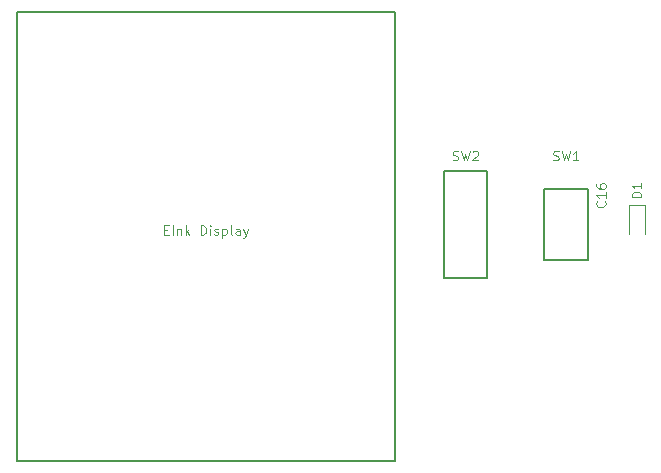
<source format=gto>
G04 #@! TF.GenerationSoftware,KiCad,Pcbnew,5.1.5-52549c5~84~ubuntu18.04.1*
G04 #@! TF.CreationDate,2020-03-10T15:08:56+05:30*
G04 #@! TF.ProjectId,scale_ltc6915,7363616c-655f-46c7-9463-363931352e6b,rev?*
G04 #@! TF.SameCoordinates,Original*
G04 #@! TF.FileFunction,Legend,Top*
G04 #@! TF.FilePolarity,Positive*
%FSLAX46Y46*%
G04 Gerber Fmt 4.6, Leading zero omitted, Abs format (unit mm)*
G04 Created by KiCad (PCBNEW 5.1.5-52549c5~84~ubuntu18.04.1) date 2020-03-10 15:08:56*
%MOMM*%
%LPD*%
G04 APERTURE LIST*
%ADD10C,0.150000*%
%ADD11C,0.120000*%
G04 APERTURE END LIST*
D10*
X15500000Y-12000000D02*
X15500000Y-50000000D01*
X47500000Y-50000000D02*
X47500000Y-12000000D01*
X47500000Y-50000000D02*
X15500000Y-50000000D01*
X47500000Y-12000000D02*
X15500000Y-12000000D01*
D11*
X68685000Y-30800000D02*
X68685000Y-28315000D01*
X68685000Y-28315000D02*
X67315000Y-28315000D01*
X67315000Y-28315000D02*
X67315000Y-30800000D01*
D10*
X60150000Y-27000000D02*
X60150000Y-33000000D01*
X63850000Y-27000000D02*
X63850000Y-33000000D01*
X63850000Y-27000000D02*
X60150000Y-27000000D01*
X60150000Y-33000000D02*
X63850000Y-33000000D01*
X55350000Y-34500000D02*
X55350000Y-25500000D01*
X51650000Y-34500000D02*
X51650000Y-25500000D01*
X51650000Y-34500000D02*
X55350000Y-34500000D01*
X55350000Y-25500000D02*
X51650000Y-25500000D01*
D11*
X27995238Y-30442857D02*
X28261904Y-30442857D01*
X28376190Y-30861904D02*
X27995238Y-30861904D01*
X27995238Y-30061904D01*
X28376190Y-30061904D01*
X28719047Y-30861904D02*
X28719047Y-30061904D01*
X29100000Y-30328571D02*
X29100000Y-30861904D01*
X29100000Y-30404761D02*
X29138095Y-30366666D01*
X29214285Y-30328571D01*
X29328571Y-30328571D01*
X29404761Y-30366666D01*
X29442857Y-30442857D01*
X29442857Y-30861904D01*
X29823809Y-30861904D02*
X29823809Y-30061904D01*
X29900000Y-30557142D02*
X30128571Y-30861904D01*
X30128571Y-30328571D02*
X29823809Y-30633333D01*
X31080952Y-30861904D02*
X31080952Y-30061904D01*
X31271428Y-30061904D01*
X31385714Y-30100000D01*
X31461904Y-30176190D01*
X31500000Y-30252380D01*
X31538095Y-30404761D01*
X31538095Y-30519047D01*
X31500000Y-30671428D01*
X31461904Y-30747619D01*
X31385714Y-30823809D01*
X31271428Y-30861904D01*
X31080952Y-30861904D01*
X31880952Y-30861904D02*
X31880952Y-30328571D01*
X31880952Y-30061904D02*
X31842857Y-30100000D01*
X31880952Y-30138095D01*
X31919047Y-30100000D01*
X31880952Y-30061904D01*
X31880952Y-30138095D01*
X32223809Y-30823809D02*
X32300000Y-30861904D01*
X32452380Y-30861904D01*
X32528571Y-30823809D01*
X32566666Y-30747619D01*
X32566666Y-30709523D01*
X32528571Y-30633333D01*
X32452380Y-30595238D01*
X32338095Y-30595238D01*
X32261904Y-30557142D01*
X32223809Y-30480952D01*
X32223809Y-30442857D01*
X32261904Y-30366666D01*
X32338095Y-30328571D01*
X32452380Y-30328571D01*
X32528571Y-30366666D01*
X32909523Y-30328571D02*
X32909523Y-31128571D01*
X32909523Y-30366666D02*
X32985714Y-30328571D01*
X33138095Y-30328571D01*
X33214285Y-30366666D01*
X33252380Y-30404761D01*
X33290476Y-30480952D01*
X33290476Y-30709523D01*
X33252380Y-30785714D01*
X33214285Y-30823809D01*
X33138095Y-30861904D01*
X32985714Y-30861904D01*
X32909523Y-30823809D01*
X33747619Y-30861904D02*
X33671428Y-30823809D01*
X33633333Y-30747619D01*
X33633333Y-30061904D01*
X34395238Y-30861904D02*
X34395238Y-30442857D01*
X34357142Y-30366666D01*
X34280952Y-30328571D01*
X34128571Y-30328571D01*
X34052380Y-30366666D01*
X34395238Y-30823809D02*
X34319047Y-30861904D01*
X34128571Y-30861904D01*
X34052380Y-30823809D01*
X34014285Y-30747619D01*
X34014285Y-30671428D01*
X34052380Y-30595238D01*
X34128571Y-30557142D01*
X34319047Y-30557142D01*
X34395238Y-30519047D01*
X34700000Y-30328571D02*
X34890476Y-30861904D01*
X35080952Y-30328571D02*
X34890476Y-30861904D01*
X34814285Y-31052380D01*
X34776190Y-31090476D01*
X34700000Y-31128571D01*
X65285714Y-28014285D02*
X65323809Y-28052380D01*
X65361904Y-28166666D01*
X65361904Y-28242857D01*
X65323809Y-28357142D01*
X65247619Y-28433333D01*
X65171428Y-28471428D01*
X65019047Y-28509523D01*
X64904761Y-28509523D01*
X64752380Y-28471428D01*
X64676190Y-28433333D01*
X64600000Y-28357142D01*
X64561904Y-28242857D01*
X64561904Y-28166666D01*
X64600000Y-28052380D01*
X64638095Y-28014285D01*
X65361904Y-27252380D02*
X65361904Y-27709523D01*
X65361904Y-27480952D02*
X64561904Y-27480952D01*
X64676190Y-27557142D01*
X64752380Y-27633333D01*
X64790476Y-27709523D01*
X64561904Y-26566666D02*
X64561904Y-26719047D01*
X64600000Y-26795238D01*
X64638095Y-26833333D01*
X64752380Y-26909523D01*
X64904761Y-26947619D01*
X65209523Y-26947619D01*
X65285714Y-26909523D01*
X65323809Y-26871428D01*
X65361904Y-26795238D01*
X65361904Y-26642857D01*
X65323809Y-26566666D01*
X65285714Y-26528571D01*
X65209523Y-26490476D01*
X65019047Y-26490476D01*
X64942857Y-26528571D01*
X64904761Y-26566666D01*
X64866666Y-26642857D01*
X64866666Y-26795238D01*
X64904761Y-26871428D01*
X64942857Y-26909523D01*
X65019047Y-26947619D01*
X68361904Y-27690476D02*
X67561904Y-27690476D01*
X67561904Y-27500000D01*
X67600000Y-27385714D01*
X67676190Y-27309523D01*
X67752380Y-27271428D01*
X67904761Y-27233333D01*
X68019047Y-27233333D01*
X68171428Y-27271428D01*
X68247619Y-27309523D01*
X68323809Y-27385714D01*
X68361904Y-27500000D01*
X68361904Y-27690476D01*
X68361904Y-26471428D02*
X68361904Y-26928571D01*
X68361904Y-26700000D02*
X67561904Y-26700000D01*
X67676190Y-26776190D01*
X67752380Y-26852380D01*
X67790476Y-26928571D01*
X60933333Y-24523809D02*
X61047619Y-24561904D01*
X61238095Y-24561904D01*
X61314285Y-24523809D01*
X61352380Y-24485714D01*
X61390476Y-24409523D01*
X61390476Y-24333333D01*
X61352380Y-24257142D01*
X61314285Y-24219047D01*
X61238095Y-24180952D01*
X61085714Y-24142857D01*
X61009523Y-24104761D01*
X60971428Y-24066666D01*
X60933333Y-23990476D01*
X60933333Y-23914285D01*
X60971428Y-23838095D01*
X61009523Y-23800000D01*
X61085714Y-23761904D01*
X61276190Y-23761904D01*
X61390476Y-23800000D01*
X61657142Y-23761904D02*
X61847619Y-24561904D01*
X62000000Y-23990476D01*
X62152380Y-24561904D01*
X62342857Y-23761904D01*
X63066666Y-24561904D02*
X62609523Y-24561904D01*
X62838095Y-24561904D02*
X62838095Y-23761904D01*
X62761904Y-23876190D01*
X62685714Y-23952380D01*
X62609523Y-23990476D01*
X52433333Y-24523809D02*
X52547619Y-24561904D01*
X52738095Y-24561904D01*
X52814285Y-24523809D01*
X52852380Y-24485714D01*
X52890476Y-24409523D01*
X52890476Y-24333333D01*
X52852380Y-24257142D01*
X52814285Y-24219047D01*
X52738095Y-24180952D01*
X52585714Y-24142857D01*
X52509523Y-24104761D01*
X52471428Y-24066666D01*
X52433333Y-23990476D01*
X52433333Y-23914285D01*
X52471428Y-23838095D01*
X52509523Y-23800000D01*
X52585714Y-23761904D01*
X52776190Y-23761904D01*
X52890476Y-23800000D01*
X53157142Y-23761904D02*
X53347619Y-24561904D01*
X53500000Y-23990476D01*
X53652380Y-24561904D01*
X53842857Y-23761904D01*
X54109523Y-23838095D02*
X54147619Y-23800000D01*
X54223809Y-23761904D01*
X54414285Y-23761904D01*
X54490476Y-23800000D01*
X54528571Y-23838095D01*
X54566666Y-23914285D01*
X54566666Y-23990476D01*
X54528571Y-24104761D01*
X54071428Y-24561904D01*
X54566666Y-24561904D01*
M02*

</source>
